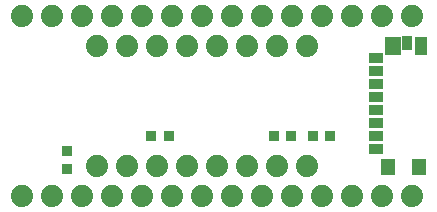
<source format=gts>
G04 #@! TF.FileFunction,Soldermask,Top*
%FSLAX46Y46*%
G04 Gerber Fmt 4.6, Leading zero omitted, Abs format (unit mm)*
G04 Created by KiCad (PCBNEW 4.0.1-3.201512221402+6198~38~ubuntu14.04.1-stable) date Wed 17 Aug 2016 03:48:48 PM PDT*
%MOMM*%
G01*
G04 APERTURE LIST*
%ADD10C,0.100000*%
%ADD11C,1.879600*%
%ADD12R,1.052400X1.552400*%
%ADD13R,1.302400X1.352400*%
%ADD14R,1.352400X1.602400*%
%ADD15R,1.152400X0.852400*%
%ADD16R,0.852400X1.152400*%
%ADD17R,0.902400X0.952400*%
%ADD18R,0.952400X0.902400*%
G04 APERTURE END LIST*
D10*
D11*
X119126000Y-90932000D03*
X121666000Y-90932000D03*
X124206000Y-90932000D03*
X126746000Y-90932000D03*
X129286000Y-90932000D03*
X131826000Y-90932000D03*
X134366000Y-90932000D03*
X136906000Y-90932000D03*
X139446000Y-90932000D03*
X141986000Y-90932000D03*
X144526000Y-90932000D03*
X147066000Y-90932000D03*
X149606000Y-90932000D03*
X152146000Y-90932000D03*
X152146000Y-75692000D03*
X144526000Y-75692000D03*
X124206000Y-75692000D03*
X139446000Y-75692000D03*
X141986000Y-75692000D03*
X121666000Y-75692000D03*
X129286000Y-75692000D03*
X119126000Y-75692000D03*
X131826000Y-75692000D03*
X134366000Y-75692000D03*
X136906000Y-75692000D03*
X126746000Y-75692000D03*
X149606000Y-75692000D03*
X147066000Y-75692000D03*
D12*
X152908000Y-78232000D03*
D13*
X152771500Y-88496900D03*
D14*
X150608000Y-78257000D03*
D13*
X150171500Y-88496900D03*
D15*
X149131500Y-85896900D03*
X149131500Y-86996900D03*
X149131500Y-84796900D03*
X149131500Y-83696900D03*
X149131500Y-82596900D03*
X149131500Y-79296900D03*
X149131500Y-80396900D03*
X149131500Y-81496900D03*
D16*
X151758000Y-78032000D03*
D17*
X122936000Y-88646000D03*
X122936000Y-87146000D03*
D18*
X131572000Y-85852000D03*
X130072000Y-85852000D03*
X141962000Y-85852000D03*
X140462000Y-85852000D03*
X145264000Y-85852000D03*
X143764000Y-85852000D03*
D11*
X143256000Y-88392000D03*
X140716000Y-88392000D03*
X138176000Y-88392000D03*
X135636000Y-88392000D03*
X133096000Y-88392000D03*
X130556000Y-88392000D03*
X128016000Y-88392000D03*
X125476000Y-88392000D03*
X125476000Y-78232000D03*
X128016000Y-78232000D03*
X130556000Y-78232000D03*
X133096000Y-78232000D03*
X135636000Y-78232000D03*
X138176000Y-78232000D03*
X140716000Y-78232000D03*
X143256000Y-78232000D03*
M02*

</source>
